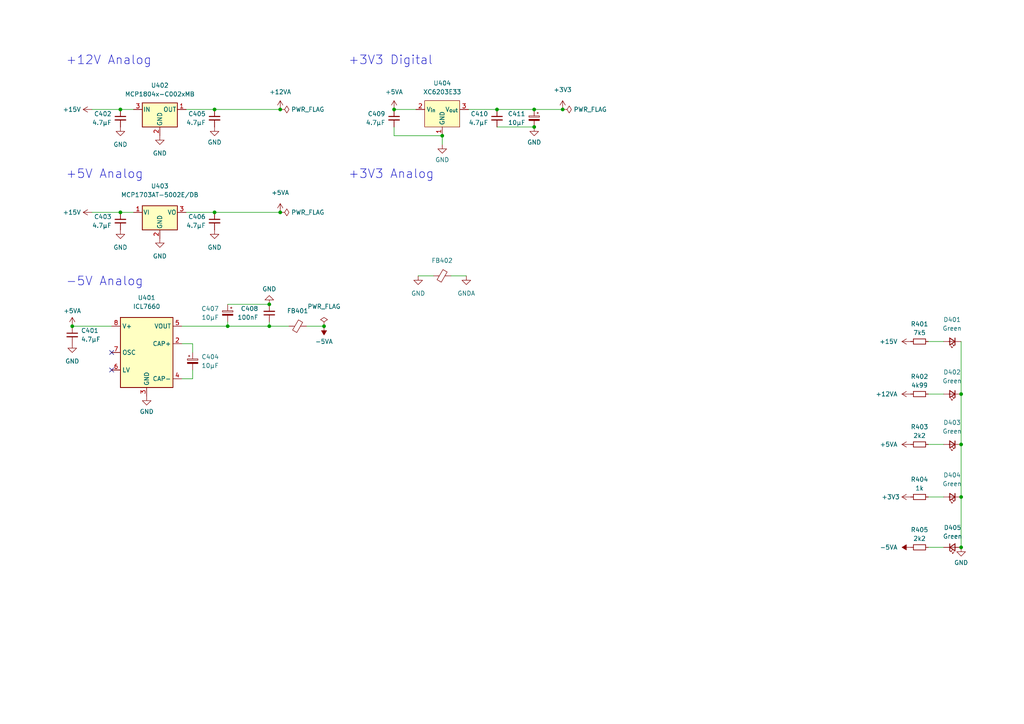
<source format=kicad_sch>
(kicad_sch (version 20211123) (generator eeschema)
  (paper "A4")
  (title_block (title "300W Analog Load Board") (rev "1") (comment 1 "+5VA: Used to generate -5VA, +3V3") (comment 2 "+12VA: Used for MOSFET drive"))
  (lib_symbols
    (symbol "Device:C_Polarized_Small" (pin_numbers hide) (pin_names (offset 0.254) hide)
      (property "Reference" "C" (at 0.254 1.778 0))
      (property "Value" "C_Polarized_Small" (at 0.254 -2.032 0))
      (symbol "C_Polarized_Small_0_1"
        (rectangle (start -1.524 -0.3048) (end 1.524 -0.6858) (fill (type outline)))
        (rectangle (start -1.524 0.6858) (end 1.524 0.3048))
        (polyline (pts (xy -1.27 1.524) (xy -0.762 1.524)))
        (polyline (pts (xy -1.016 1.27) (xy -1.016 1.778)))
      )
      (symbol "C_Polarized_Small_1_1"
        (pin passive line (at 0 2.54 270) (length 1.8542) (name "~") (number "1"))
        (pin passive line (at 0 -2.54 90) (length 1.8542) (name "~") (number "2"))
      )
    )
    (symbol "Device:C_Small" (pin_numbers hide) (pin_names (offset 0.254) hide)
      (property "Reference" "C" (at 0.254 1.778 0))
      (property "Value" "C_Small" (at 0.254 -2.032 0))
      (symbol "C_Small_0_1"
        (polyline (pts (xy -1.524 -0.508) (xy 1.524 -0.508)) (stroke (width 0.3302)))
        (polyline (pts (xy -1.524 0.508) (xy 1.524 0.508)) (stroke (width 0.3048)))
      )
      (symbol "C_Small_1_1"
        (pin passive line (at 0 2.54 270) (length 2.032) (name "~") (number "1"))
        (pin passive line (at 0 -2.54 90) (length 2.032) (name "~") (number "2"))
      )
    )
    (symbol "Device:FerriteBead_Small" (pin_numbers hide) (pin_names (offset 0))
      (property "Reference" "FB" (at 1.905 1.27 0))
      (property "Value" "FerriteBead_Small" (at 1.905 -1.27 0))
      (symbol "FerriteBead_Small_0_1"
        (polyline (pts (xy 0 -1.27) (xy 0 -0.7874)))
        (polyline (pts (xy 0 0.889) (xy 0 1.2954)))
        (polyline (pts (xy -1.8288 0.2794) (xy -1.1176 1.4986) (xy 1.8288 -0.2032) (xy 1.1176 -1.4224) (xy -1.8288 0.2794)))
      )
      (symbol "FerriteBead_Small_1_1"
        (pin passive line (at 0 2.54 270) (length 1.27) (name "~") (number "1"))
        (pin passive line (at 0 -2.54 90) (length 1.27) (name "~") (number "2"))
      )
    )
    (symbol "Device:LED_Small" (pin_numbers hide) (pin_names (offset 0.254) hide)
      (property "Reference" "D" (at -1.27 3.175 0))
      (property "Value" "LED_Small" (at -4.445 -2.54 0))
      (symbol "LED_Small_0_1"
        (polyline (pts (xy -0.762 -1.016) (xy -0.762 1.016)) (stroke (width 0.254)))
        (polyline (pts (xy 1.016 0) (xy -0.762 0)))
        (polyline (pts (xy 0.762 -1.016) (xy -0.762 0) (xy 0.762 1.016) (xy 0.762 -1.016)) (stroke (width 0.254)))
        (polyline (pts (xy 0 0.762) (xy -0.508 1.27) (xy -0.254 1.27) (xy -0.508 1.27) (xy -0.508 1.016)))
        (polyline (pts (xy 0.508 1.27) (xy 0 1.778) (xy 0.254 1.778) (xy 0 1.778) (xy 0 1.524)))
      )
      (symbol "LED_Small_1_1"
        (pin passive line (at -2.54 0 0) (length 1.778) (name "K") (number "1"))
        (pin passive line (at 2.54 0 180) (length 1.778) (name "A") (number "2"))
      )
    )
    (symbol "Device:R_Small" (pin_numbers hide) (pin_names (offset 0.254) hide)
      (property "Reference" "R" (at 0.762 0.508 0))
      (property "Value" "R_Small" (at 0.762 -1.016 0))
      (symbol "R_Small_0_1"
        (rectangle (start -0.762 1.778) (end 0.762 -1.778) (stroke (width 0.2032)))
      )
      (symbol "R_Small_1_1"
        (pin passive line (at 0 2.54 270) (length 0.762) (name "~") (number "1"))
        (pin passive line (at 0 -2.54 90) (length 0.762) (name "~") (number "2"))
      )
    )
    (symbol "Regulator_Linear:MCP1703A-5002_SOT223" (pin_names (offset 0.254))
      (property "Reference" "U" (at -3.81 3.175 0))
      (property "Value" "MCP1703A-5002_SOT223" (at 0 3.175 0))
      (symbol "MCP1703A-5002_SOT223_0_1"
        (rectangle (start -5.08 -5.08) (end 5.08 1.905) (stroke (width 0.254)) (fill (type background)))
      )
      (symbol "MCP1703A-5002_SOT223_1_1"
        (pin power_in line (at -7.62 0 0) (length 2.54) (name "VI") (number "1"))
        (pin power_in line (at 0 -7.62 90) (length 2.54) (name "GND") (number "2"))
        (pin power_out line (at 7.62 0 180) (length 2.54) (name "VO") (number "3"))
      )
    )
    (symbol "Regulator_Linear:MCP1804x-C002xMB" (pin_names (offset 0.254))
      (property "Reference" "U" (at -3.81 3.175 0))
      (property "Value" "MCP1804x-C002xMB" (at -0.635 3.175 0))
      (symbol "MCP1804x-C002xMB_0_1"
        (rectangle (start -5.08 1.905) (end 5.08 -5.08) (stroke (width 0.254)) (fill (type background)))
      )
      (symbol "MCP1804x-C002xMB_1_1"
        (pin power_out line (at 7.62 0 180) (length 2.54) (name "OUT") (number "1"))
        (pin power_in line (at 0 -7.62 90) (length 2.54) (name "GND") (number "2"))
        (pin power_in line (at -7.62 0 0) (length 2.54) (name "IN") (number "3"))
      )
    )
    (symbol "Regulator_SwitchedCapacitor:ICL7660"
      (property "Reference" "U" (at -6.35 11.43 0))
      (property "Value" "ICL7660" (at 3.81 11.43 0))
      (symbol "ICL7660_0_1"
        (rectangle (start -7.62 10.16) (end 7.62 -10.16) (stroke (width 0.254)) (fill (type background)))
      )
      (symbol "ICL7660_1_1"
        (pin no_connect line (at -7.62 5.08 0) (length 2.54) hide (name "NC") (number "1"))
        (pin input line (at 10.16 2.54 180) (length 2.54) (name "CAP+") (number "2"))
        (pin power_in line (at 0 -12.7 90) (length 2.54) (name "GND") (number "3"))
        (pin input line (at 10.16 -7.62 180) (length 2.54) (name "CAP-") (number "4"))
        (pin power_out line (at 10.16 7.62 180) (length 2.54) (name "VOUT") (number "5"))
        (pin input line (at -10.16 -5.08 0) (length 2.54) (name "LV") (number "6"))
        (pin input line (at -10.16 0 0) (length 2.54) (name "OSC") (number "7"))
        (pin power_in line (at -10.16 7.62 0) (length 2.54) (name "V+") (number "8"))
      )
    )
    (symbol "power:+12VA" (power) (pin_names (offset 0))
      (property "Value" "+12VA" (at 0 3.556 0))
      (symbol "+12VA_0_1"
        (polyline (pts (xy -0.762 1.27) (xy 0 2.54)))
        (polyline (pts (xy 0 0) (xy 0 2.54)))
        (polyline (pts (xy 0 2.54) (xy 0.762 1.27)))
      )
      (symbol "+12VA_1_1"
        (pin power_in line (at 0 0 90) (length 0) hide (name "+12VA") (number "1"))
      )
    )
    (symbol "power:+15V" (power) (pin_names (offset 0))
      (property "Value" "+15V" (at 0 3.556 0))
      (symbol "+15V_0_1"
        (polyline (pts (xy -0.762 1.27) (xy 0 2.54)))
        (polyline (pts (xy 0 0) (xy 0 2.54)))
        (polyline (pts (xy 0 2.54) (xy 0.762 1.27)))
      )
      (symbol "+15V_1_1"
        (pin power_in line (at 0 0 90) (length 0) hide (name "+15V") (number "1"))
      )
    )
    (symbol "power:+3V3" (power) (pin_names (offset 0))
      (property "Value" "+3V3" (at 0 3.556 0))
      (symbol "+3V3_0_1"
        (polyline (pts (xy -0.762 1.27) (xy 0 2.54)))
        (polyline (pts (xy 0 0) (xy 0 2.54)))
        (polyline (pts (xy 0 2.54) (xy 0.762 1.27)))
      )
      (symbol "+3V3_1_1"
        (pin power_in line (at 0 0 90) (length 0) hide (name "+3V3") (number "1"))
      )
    )
    (symbol "power:+5VA" (power) (pin_names (offset 0))
      (property "Value" "+5VA" (at 0 3.556 0))
      (symbol "+5VA_0_1"
        (polyline (pts (xy -0.762 1.27) (xy 0 2.54)))
        (polyline (pts (xy 0 0) (xy 0 2.54)))
        (polyline (pts (xy 0 2.54) (xy 0.762 1.27)))
      )
      (symbol "+5VA_1_1"
        (pin power_in line (at 0 0 90) (length 0) hide (name "+5VA") (number "1"))
      )
    )
    (symbol "power:-5VA" (power) (pin_names (offset 0))
      (property "Value" "-5VA" (at 0 3.81 0))
      (symbol "-5VA_0_0"
        (pin power_in line (at 0 0 90) (length 0) hide (name "-5VA") (number "1"))
      )
      (symbol "-5VA_0_1"
        (polyline (pts (xy 0 0) (xy 0 1.27) (xy 0.762 1.27) (xy 0 2.54) (xy -0.762 1.27) (xy 0 1.27)) (fill (type outline)))
      )
    )
    (symbol "power:GND" (power) (pin_names (offset 0))
      (property "Value" "GND" (at 0 -3.81 0))
      (symbol "GND_0_1"
        (polyline (pts (xy 0 0) (xy 0 -1.27) (xy 1.27 -1.27) (xy 0 -2.54) (xy -1.27 -1.27) (xy 0 -1.27)))
      )
      (symbol "GND_1_1"
        (pin power_in line (at 0 0 270) (length 0) hide (name "GND") (number "1"))
      )
    )
    (symbol "power:GNDA" (power) (pin_names (offset 0))
      (property "Value" "GNDA" (at 0 -3.81 0))
      (symbol "GNDA_0_1"
        (polyline (pts (xy 0 0) (xy 0 -1.27) (xy 1.27 -1.27) (xy 0 -2.54) (xy -1.27 -1.27) (xy 0 -1.27)))
      )
      (symbol "GNDA_1_1"
        (pin power_in line (at 0 0 270) (length 0) hide (name "GNDA") (number "1"))
      )
    )
    (symbol "power:PWR_FLAG" (power) (pin_numbers hide) (pin_names (offset 0) hide)
      (property "Value" "PWR_FLAG" (at 0 3.81 0))
      (symbol "PWR_FLAG_0_0"
        (pin power_out line (at 0 0 90) (length 0) (name "pwr") (number "1"))
      )
      (symbol "PWR_FLAG_0_1"
        (polyline (pts (xy 0 0) (xy 0 1.27) (xy -1.016 1.905) (xy 0 2.54) (xy 1.016 1.905) (xy 0 1.27)))
      )
    )
    (symbol "programmable-load:XC6203"
      (property "Reference" "U" (at 0 3.81 0))
      (property "Value" "XC6203" (at 0 1.27 0))
      (symbol "XC6203_0_1"
        (rectangle (start -5.08 0) (end 5.08 -7.62) (fill (type background)))
      )
      (symbol "XC6203_1_1"
        (pin power_in line (at 0 -10.16 90) (length 2.54) (name "GND") (number "1"))
        (pin power_in line (at -7.62 -2.54 0) (length 2.54) (name "V_{in}") (number "2"))
        (pin power_out line (at 7.62 -2.54 180) (length 2.54) (name "V_{out}") (number "3"))
        (pin no_connect line (at 7.62 -6.35 180) (length 2.54) hide (name "NC") (number "4"))
      )
    )
  )
  (junction (at 154.94 31.75))
  (junction (at 144.145 31.75))
  (junction (at 81.28 61.595))
  (junction (at 66.04 94.615))
  (junction (at 128.27 39.37))
  (junction (at 114.3 31.75))
  (junction (at 78.105 88.265))
  (junction (at 278.765 114.3))
  (junction (at 81.28 31.75))
  (junction (at 278.765 158.75))
  (junction (at 20.955 94.615))
  (junction (at 34.925 61.595))
  (junction (at 163.195 31.75))
  (junction (at 93.98 94.615))
  (junction (at 62.23 31.75))
  (junction (at 154.94 36.83))
  (junction (at 278.765 128.905))
  (junction (at 34.925 31.75))
  (junction (at 78.105 94.615))
  (junction (at 278.765 144.145))
  (junction (at 62.23 61.595))
  (no_connect (at 32.385 107.315))
  (no_connect (at 32.385 102.235))
  (wire (pts (xy 55.88 99.695) (xy 55.88 102.235)))
  (wire (pts (xy 121.285 80.01) (xy 125.73 80.01)))
  (wire (pts (xy 34.925 61.595) (xy 26.67 61.595)))
  (wire (pts (xy 273.685 158.75) (xy 269.24 158.75)))
  (wire (pts (xy 278.765 144.145) (xy 278.765 158.75)))
  (wire (pts (xy 154.94 36.83) (xy 144.145 36.83)))
  (wire (pts (xy 114.3 31.75) (xy 120.65 31.75)))
  (wire (pts (xy 273.685 128.905) (xy 269.24 128.905)))
  (wire (pts (xy 55.88 109.855) (xy 55.88 107.315)))
  (wire (pts (xy 273.685 114.3) (xy 269.24 114.3)))
  (wire (pts (xy 34.925 31.75) (xy 26.67 31.75)))
  (wire (pts (xy 130.81 80.01) (xy 135.255 80.01)))
  (wire (pts (xy 114.3 39.37) (xy 114.3 36.83)))
  (wire (pts (xy 278.765 128.905) (xy 278.765 144.145)))
  (wire (pts (xy 114.3 39.37) (xy 128.27 39.37)))
  (wire (pts (xy 278.765 114.3) (xy 278.765 128.905)))
  (wire (pts (xy 163.195 31.75) (xy 154.94 31.75)))
  (wire (pts (xy 52.705 99.695) (xy 55.88 99.695)))
  (wire (pts (xy 78.105 94.615) (xy 83.82 94.615)))
  (wire (pts (xy 66.04 94.615) (xy 78.105 94.615)))
  (wire (pts (xy 154.94 31.75) (xy 144.145 31.75)))
  (wire (pts (xy 52.705 109.855) (xy 55.88 109.855)))
  (wire (pts (xy 278.765 99.06) (xy 278.765 114.3)))
  (wire (pts (xy 66.04 94.615) (xy 66.04 93.345)))
  (wire (pts (xy 38.735 31.75) (xy 34.925 31.75)))
  (wire (pts (xy 78.105 93.345) (xy 78.105 94.615)))
  (wire (pts (xy 88.9 94.615) (xy 93.98 94.615)))
  (wire (pts (xy 38.735 61.595) (xy 34.925 61.595)))
  (wire (pts (xy 66.04 88.265) (xy 78.105 88.265)))
  (wire (pts (xy 20.955 94.615) (xy 32.385 94.615)))
  (wire (pts (xy 273.685 144.145) (xy 269.24 144.145)))
  (wire (pts (xy 81.28 31.75) (xy 62.23 31.75)))
  (wire (pts (xy 52.705 94.615) (xy 66.04 94.615)))
  (wire (pts (xy 128.27 39.37) (xy 128.27 41.91)))
  (wire (pts (xy 62.23 61.595) (xy 81.28 61.595)))
  (wire (pts (xy 135.89 31.75) (xy 144.145 31.75)))
  (wire (pts (xy 273.685 99.06) (xy 269.24 99.06)))
  (wire (pts (xy 62.23 31.75) (xy 53.975 31.75)))
  (wire (pts (xy 62.23 61.595) (xy 53.975 61.595)))
  (text "-5V Analog" (at 19.05 83.185 0) (effects (font (size 2.54 2.54)) (justify left bottom)))
  (text "+5V Analog" (at 19.05 52.07 0) (effects (font (size 2.54 2.54)) (justify left bottom)))
  (text "+12V Analog" (at 19.05 19.05 0) (effects (font (size 2.54 2.54)) (justify left bottom)))
  (text "+3V3 Analog" (at 100.965 52.07 0) (effects (font (size 2.54 2.54)) (justify left bottom)))
  (text "+3V3 Digital" (at 100.965 19.05 0) (effects (font (size 2.54 2.54)) (justify left bottom)))
  (symbol (lib_id "Device:C_Small") (at 144.145 34.29 0) (mirror y) (unit 1)
    (property "Reference" "C410" (at 141.605 33.0262 0) (effects (justify left)))
    (property "Value" "4.7µF" (at 141.605 35.5662 0) (effects (justify left)))
    (property "Footprint" "Capacitor_SMD:C_0805_2012Metric_Pad1.18x1.45mm_HandSolder" (effects hide))
    (property "MPN" "CL21A475KAQNNNF" (effects hide))
  )
  (symbol (lib_id "Device:R_Small") (at 266.7 144.145 90) (unit 1)
    (property "Reference" "R404" (at 266.7 139.065 90))
    (property "Value" "1k" (at 266.7 141.605 90))
    (property "Footprint" "Resistor_SMD:R_0805_2012Metric_Pad1.20x1.40mm_HandSolder" (effects hide))
    (property "MPN" "CR0805-JW-102ELF" (effects hide))
  )
  (symbol (lib_id "Device:LED_Small") (at 276.225 158.75 0) (mirror x) (unit 1)
    (property "Reference" "D405" (at 276.2885 153.035 0))
    (property "Value" "Green" (at 276.2885 155.575 0))
    (property "Footprint" "LED_SMD:LED_0805_2012Metric_Pad1.15x1.40mm_HandSolder" (effects hide))
    (property "MPN" "150080VS75000" (effects hide))
  )
  (symbol (lib_id "power:GND") (at 46.355 39.37 0) (mirror y) (unit 1)
    (property "Reference" "#PWR0408" (effects hide))
    (property "Value" "GND" (at 46.355 44.45 0))
  )
  (symbol (lib_id "power:PWR_FLAG") (at 93.98 94.615 0) (unit 1)
    (property "Reference" "#FLG0403" (effects hide))
    (property "Value" "PWR_FLAG" (at 93.98 88.9 0))
  )
  (symbol (lib_id "Device:FerriteBead_Small") (at 128.27 80.01 90) (unit 1)
    (property "Reference" "FB402" (at 128.2319 75.565 90))
    (property "Value" "FerriteBead_Small" (effects hide))
    (property "Footprint" "Inductor_SMD:L_0805_2012Metric_Pad1.05x1.20mm_HandSolder" (effects hide))
    (property "MPN" "MFBM1V2012-800-R " (effects hide))
  )
  (symbol (lib_id "power:+5VA") (at 264.16 128.905 90) (unit 1)
    (property "Reference" "#PWR0423" (effects hide))
    (property "Value" "+5VA" (at 260.35 128.9049 90) (effects (justify left)))
  )
  (symbol (lib_id "power:GND") (at 121.285 80.01 0) (unit 1)
    (property "Reference" "#PWR0417" (effects hide))
  )
  (symbol (lib_id "Device:C_Polarized_Small") (at 55.88 104.775 0) (unit 1)
    (property "Reference" "C404" (at 58.42 103.505 0) (effects (justify left)))
    (property "Value" "10µF" (at 58.42 106.045 0) (effects (justify left)))
    (property "Footprint" "Capacitor_Tantalum_SMD:CP_EIA-3216-18_Kemet-A_Pad1.58x1.35mm_HandSolder" (effects hide))
    (property "MPN" "TAJA106K016RNJ" (effects hide))
  )
  (symbol (lib_id "Device:R_Small") (at 266.7 128.905 90) (unit 1)
    (property "Reference" "R403" (at 266.7 123.825 90))
    (property "Value" "2k2" (at 266.7 126.365 90))
    (property "Footprint" "Resistor_SMD:R_0805_2012Metric_Pad1.20x1.40mm_HandSolder" (effects hide))
    (property "MPN" "RMC1/10-222JTP" (effects hide))
  )
  (symbol (lib_id "power:GND") (at 46.355 69.215 0) (mirror y) (unit 1)
    (property "Reference" "#PWR0409" (effects hide))
    (property "Value" "GND" (at 46.355 74.295 0))
  )
  (symbol (lib_id "power:PWR_FLAG") (at 81.28 31.75 270) (mirror x) (unit 1)
    (property "Reference" "#FLG0401" (effects hide))
    (property "Value" "PWR_FLAG" (at 84.455 31.7499 90) (effects (justify left)))
  )
  (symbol (lib_id "Device:LED_Small") (at 276.225 144.145 180) (unit 1)
    (property "Reference" "D404" (at 276.1615 137.795 0))
    (property "Value" "Green" (at 276.1615 140.335 0))
    (property "Footprint" "LED_SMD:LED_0805_2012Metric_Pad1.15x1.40mm_HandSolder" (effects hide))
    (property "MPN" "150080VS75000" (effects hide))
  )
  (symbol (lib_id "Device:R_Small") (at 266.7 114.3 90) (unit 1)
    (property "Reference" "R402" (at 266.7 109.22 90))
    (property "Value" "4k99" (at 266.7 111.76 90))
    (property "Footprint" "Resistor_SMD:R_0805_2012Metric_Pad1.20x1.40mm_HandSolder" (effects hide))
    (property "MPN" "CR0805-FX-4991ELF" (effects hide))
  )
  (symbol (lib_id "power:GND") (at 34.925 66.675 0) (mirror y) (unit 1)
    (property "Reference" "#PWR0406" (effects hide))
    (property "Value" "GND" (at 34.925 71.755 0))
  )
  (symbol (lib_id "programmable-load:XC6203") (at 128.27 29.21 0) (unit 1)
    (property "Reference" "U404" (at 128.27 24.13 0))
    (property "Value" "XC6203E33" (at 128.27 26.67 0))
    (property "Footprint" "Package_TO_SOT_SMD:SOT-223" (effects hide))
    (property "Datasheet" "https://www.mouser.com/datasheet/2/760/TOSL_S_A0009829733_1-2574991.pdf" (effects hide))
    (property "MPN" "XC6203E332FR-G" (effects hide))
  )
  (symbol (lib_id "Device:C_Small") (at 20.955 97.155 0) (unit 1)
    (property "Reference" "C401" (at 23.495 95.8912 0) (effects (justify left)))
    (property "Value" "4.7µF" (at 23.495 98.4312 0) (effects (justify left)))
    (property "Footprint" "Capacitor_SMD:C_0805_2012Metric_Pad1.18x1.45mm_HandSolder" (effects hide))
    (property "MPN" "CL21A475KAQNNNF" (effects hide))
  )
  (symbol (lib_id "Device:C_Polarized_Small") (at 154.94 34.29 0) (mirror y) (unit 1)
    (property "Reference" "C411" (at 152.4 33.02 0) (effects (justify left)))
    (property "Value" "10µF" (at 152.4 35.56 0) (effects (justify left)))
    (property "Footprint" "Capacitor_Tantalum_SMD:CP_EIA-3216-18_Kemet-A_Pad1.58x1.35mm_HandSolder" (effects hide))
    (property "MPN" "TAJA106K016RNJ" (effects hide))
  )
  (symbol (lib_id "power:GND") (at 62.23 36.83 0) (mirror y) (unit 1)
    (property "Reference" "#PWR0410" (effects hide))
    (property "Value" "GND" (at 62.23 41.275 0))
  )
  (symbol (lib_id "Device:FerriteBead_Small") (at 86.36 94.615 90) (unit 1)
    (property "Reference" "FB401" (at 86.3219 90.17 90))
    (property "Value" "FerriteBead_Small" (effects hide))
    (property "Footprint" "Inductor_SMD:L_0805_2012Metric_Pad1.05x1.20mm_HandSolder" (effects hide))
    (property "MPN" "MFBM1V2012-800-R " (effects hide))
  )
  (symbol (lib_id "power:+15V") (at 26.67 31.75 90) (mirror x) (unit 1)
    (property "Reference" "#PWR0403" (effects hide))
    (property "Value" "+15V" (at 23.495 31.7499 90) (effects (justify left)))
  )
  (symbol (lib_id "Device:C_Polarized_Small") (at 66.04 90.805 0) (mirror y) (unit 1)
    (property "Reference" "C407" (at 63.5 89.535 0) (effects (justify left)))
    (property "Value" "10µF" (at 63.5 92.075 0) (effects (justify left)))
    (property "Footprint" "Capacitor_Tantalum_SMD:CP_EIA-3216-18_Kemet-A_Pad1.58x1.35mm_HandSolder" (effects hide))
    (property "MPN" "TAJA106K016RNJ" (effects hide))
  )
  (symbol (lib_id "Device:LED_Small") (at 276.225 99.06 180) (unit 1)
    (property "Reference" "D401" (at 276.1615 92.71 0))
    (property "Value" "Green" (at 276.1615 95.25 0))
    (property "Footprint" "LED_SMD:LED_0805_2012Metric_Pad1.15x1.40mm_HandSolder" (effects hide))
    (property "MPN" "150080VS75000" (effects hide))
  )
  (symbol (lib_id "power:PWR_FLAG") (at 163.195 31.75 270) (mirror x) (unit 1)
    (property "Reference" "#FLG0404" (effects hide))
    (property "Value" "PWR_FLAG" (at 166.37 31.75 90) (effects (justify left)))
  )
  (symbol (lib_id "power:+15V") (at 26.67 61.595 90) (mirror x) (unit 1)
    (property "Reference" "#PWR0404" (effects hide))
    (property "Value" "+15V" (at 23.495 61.5949 90) (effects (justify left)))
  )
  (symbol (lib_id "Device:R_Small") (at 266.7 99.06 90) (unit 1)
    (property "Reference" "R401" (at 266.7 93.98 90))
    (property "Value" "7k5" (at 266.7 96.52 90))
    (property "Footprint" "Resistor_SMD:R_0805_2012Metric_Pad1.20x1.40mm_HandSolder" (effects hide))
    (property "MPN" "WR08X752 JTL" (effects hide))
  )
  (symbol (lib_id "power:+5VA") (at 20.955 94.615 0) (unit 1)
    (property "Reference" "#PWR0401" (effects hide))
    (property "Value" "+5VA" (at 20.955 90.17 0))
  )
  (symbol (lib_id "power:GND") (at 278.765 158.75 0) (unit 1)
    (property "Reference" "#PWR0426" (effects hide))
    (property "Value" "GND" (at 278.765 163.195 0))
  )
  (symbol (lib_id "power:+12VA") (at 264.16 114.3 90) (unit 1)
    (property "Reference" "#PWR0422" (effects hide))
    (property "Value" "+12VA" (at 260.35 114.2999 90) (effects (justify left)))
  )
  (symbol (lib_id "power:GND") (at 42.545 114.935 0) (unit 1)
    (property "Reference" "#PWR0407" (effects hide))
    (property "Value" "GND" (at 42.545 119.38 0))
  )
  (symbol (lib_id "Device:C_Small") (at 34.925 64.135 0) (mirror y) (unit 1)
    (property "Reference" "C403" (at 32.385 62.8712 0) (effects (justify left)))
    (property "Value" "4.7µF" (at 32.385 65.4112 0) (effects (justify left)))
    (property "Footprint" "Capacitor_SMD:C_0805_2012Metric_Pad1.18x1.45mm_HandSolder" (effects hide))
    (property "MPN" "CL21A475KAQNNNF" (effects hide))
  )
  (symbol (lib_id "power:GNDA") (at 135.255 80.01 0) (unit 1)
    (property "Reference" "#PWR0427" (effects hide))
  )
  (symbol (lib_id "Device:C_Small") (at 78.105 90.805 0) (mirror x) (unit 1)
    (property "Reference" "C408" (at 74.93 89.5285 0) (effects (justify right)))
    (property "Value" "100nF" (at 74.93 92.0685 0) (effects (justify right)))
    (property "Footprint" "Capacitor_SMD:C_0805_2012Metric_Pad1.18x1.45mm_HandSolder" (effects hide))
  )
  (symbol (lib_id "power:GND") (at 34.925 36.83 0) (mirror y) (unit 1)
    (property "Reference" "#PWR0405" (effects hide))
    (property "Value" "GND" (at 34.925 41.91 0))
  )
  (symbol (lib_id "power:GND") (at 128.27 41.91 0) (mirror y) (unit 1)
    (property "Reference" "#PWR0418" (effects hide))
    (property "Value" "GND" (at 128.27 46.355 0))
  )
  (symbol (lib_id "Device:C_Small") (at 62.23 64.135 0) (mirror y) (unit 1)
    (property "Reference" "C406" (at 59.69 62.8712 0) (effects (justify left)))
    (property "Value" "4.7µF" (at 59.69 65.4112 0) (effects (justify left)))
    (property "Footprint" "Capacitor_SMD:C_0805_2012Metric_Pad1.18x1.45mm_HandSolder" (effects hide))
    (property "MPN" "CL21A475KAQNNNF" (effects hide))
  )
  (symbol (lib_id "power:GND") (at 78.105 88.265 180) (unit 1)
    (property "Reference" "#PWR0412" (effects hide))
    (property "Value" "GND" (at 78.105 83.82 0))
  )
  (symbol (lib_id "Device:R_Small") (at 266.7 158.75 90) (unit 1)
    (property "Reference" "R405" (at 266.7 153.67 90))
    (property "Value" "2k2" (at 266.7 156.21 90))
    (property "Footprint" "Resistor_SMD:R_0805_2012Metric_Pad1.20x1.40mm_HandSolder" (effects hide))
    (property "MPN" "RMC1/10-222JTP" (effects hide))
  )
  (symbol (lib_id "Device:C_Small") (at 114.3 34.29 0) (mirror y) (unit 1)
    (property "Reference" "C409" (at 111.76 33.0262 0) (effects (justify left)))
    (property "Value" "4.7µF" (at 111.76 35.5662 0) (effects (justify left)))
    (property "Footprint" "Capacitor_SMD:C_0805_2012Metric_Pad1.18x1.45mm_HandSolder" (effects hide))
    (property "MPN" "CL21A475KAQNNNF" (effects hide))
  )
  (symbol (lib_id "Regulator_SwitchedCapacitor:ICL7660") (at 42.545 102.235 0) (unit 1)
    (property "Reference" "U401" (at 42.545 86.36 0))
    (property "Value" "ICL7660" (at 42.545 88.9 0))
    (property "Footprint" "Package_SO:SOIC-8_3.9x4.9mm_P1.27mm" (effects hide))
    (property "Datasheet" "http://datasheets.maximintegrated.com/en/ds/ICL7660-MAX1044.pdf" (effects hide))
    (property "MPN" "ICL7660CSA+T" (effects hide))
  )
  (symbol (lib_id "Device:C_Small") (at 62.23 34.29 0) (mirror y) (unit 1)
    (property "Reference" "C405" (at 59.69 33.0262 0) (effects (justify left)))
    (property "Value" "4.7µF" (at 59.69 35.5662 0) (effects (justify left)))
    (property "Footprint" "Capacitor_SMD:C_0805_2012Metric_Pad1.18x1.45mm_HandSolder" (effects hide))
    (property "MPN" "CL21A475KAQNNNF" (effects hide))
  )
  (symbol (lib_id "power:GND") (at 154.94 36.83 0) (mirror y) (unit 1)
    (property "Reference" "#PWR0419" (effects hide))
    (property "Value" "GND" (at 154.94 41.275 0))
  )
  (symbol (lib_id "power:+3V3") (at 163.195 31.75 0) (mirror y) (unit 1)
    (property "Reference" "#PWR0420" (effects hide))
    (property "Value" "+3V3" (at 163.195 26.035 0))
  )
  (symbol (lib_id "power:+12VA") (at 81.28 31.75 0) (unit 1)
    (property "Reference" "#PWR0413" (effects hide))
    (property "Value" "+12VA" (at 81.28 26.67 0))
  )
  (symbol (lib_id "Device:LED_Small") (at 276.225 128.905 180) (unit 1)
    (property "Reference" "D403" (at 276.1615 122.555 0))
    (property "Value" "Green" (at 276.1615 125.095 0))
    (property "Footprint" "LED_SMD:LED_0805_2012Metric_Pad1.15x1.40mm_HandSolder" (effects hide))
    (property "MPN" "150080VS75000" (effects hide))
  )
  (symbol (lib_id "power:GND") (at 20.955 99.695 0) (unit 1)
    (property "Reference" "#PWR0402" (effects hide))
    (property "Value" "GND" (at 20.955 104.775 0))
  )
  (symbol (lib_id "power:+5VA") (at 81.28 61.595 0) (unit 1)
    (property "Reference" "#PWR0414" (effects hide))
    (property "Value" "+5VA" (at 81.28 55.88 0))
  )
  (symbol (lib_id "power:-5VA") (at 264.16 158.75 90) (unit 1)
    (property "Reference" "#PWR0425" (effects hide))
    (property "Value" "-5VA" (at 260.35 158.7499 90) (effects (justify left)))
  )
  (symbol (lib_id "Regulator_Linear:MCP1703A-5002_SOT223") (at 46.355 61.595 0) (unit 1)
    (property "Reference" "U403" (at 46.355 53.975 0))
    (property "Value" "MCP1703AT-5002E/DB" (at 46.355 56.515 0))
    (property "Footprint" "Package_TO_SOT_SMD:SOT-223-3_TabPin2" (effects hide))
    (property "Datasheet" "http://ww1.microchip.com/downloads/en/DeviceDoc/20005122B.pdf" (effects hide))
    (property "MPN" "MCP1703AT-5002E/DB" (effects hide))
  )
  (symbol (lib_id "Regulator_Linear:MCP1804x-C002xMB") (at 46.355 31.75 0) (unit 1)
    (property "Reference" "U402" (at 46.355 24.765 0))
    (property "Value" "MCP1804x-C002xMB" (at 46.355 27.305 0))
    (property "Footprint" "Package_TO_SOT_SMD:SOT-89-3" (effects hide))
    (property "Datasheet" "http://ww1.microchip.com/downloads/en/DeviceDoc/20002200D.pdf" (effects hide))
    (property "MPN" "MCP1804T-C002I/MB" (effects hide))
  )
  (symbol (lib_id "power:+15V") (at 264.16 99.06 90) (mirror x) (unit 1)
    (property "Reference" "#PWR0421" (effects hide))
    (property "Value" "+15V" (at 260.35 99.0599 90) (effects (justify left)))
  )
  (symbol (lib_id "power:PWR_FLAG") (at 81.28 61.595 270) (mirror x) (unit 1)
    (property "Reference" "#FLG0402" (effects hide))
    (property "Value" "PWR_FLAG" (at 84.455 61.5949 90) (effects (justify left)))
  )
  (symbol (lib_id "power:-5VA") (at 93.98 94.615 180) (unit 1)
    (property "Reference" "#PWR0415" (effects hide))
    (property "Value" "-5VA" (at 93.98 99.06 0))
  )
  (symbol (lib_id "Device:C_Small") (at 34.925 34.29 0) (mirror y) (unit 1)
    (property "Reference" "C402" (at 32.385 33.0262 0) (effects (justify left)))
    (property "Value" "4.7µF" (at 32.385 35.5662 0) (effects (justify left)))
    (property "Footprint" "Capacitor_SMD:C_0805_2012Metric_Pad1.18x1.45mm_HandSolder" (effects hide))
    (property "MPN" "CL21A475KAQNNNF" (effects hide))
  )
  (symbol (lib_id "power:+3V3") (at 264.16 144.145 90) (unit 1)
    (property "Reference" "#PWR0424" (effects hide))
    (property "Value" "+3V3" (at 260.985 144.1449 90) (effects (justify left)))
  )
  (symbol (lib_id "Device:LED_Small") (at 276.225 114.3 180) (unit 1)
    (property "Reference" "D402" (at 276.1615 107.95 0))
    (property "Value" "Green" (at 276.1615 110.49 0))
    (property "Footprint" "LED_SMD:LED_0805_2012Metric_Pad1.15x1.40mm_HandSolder" (effects hide))
    (property "MPN" "150080VS75000" (effects hide))
  )
  (symbol (lib_id "power:+5VA") (at 114.3 31.75 0) (unit 1)
    (property "Reference" "#PWR0416" (effects hide))
    (property "Value" "+5VA" (at 114.3 26.67 0))
  )
  (symbol (lib_id "power:GND") (at 62.23 66.675 0) (mirror y) (unit 1)
    (property "Reference" "#PWR0411" (effects hide))
    (property "Value" "GND" (at 62.23 71.755 0))
  )
)
</source>
